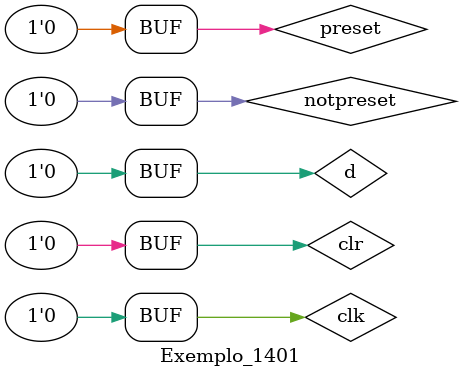
<source format=v>
/*
 Exemplo_1401.v - v0.0. - 05 / 11 / 2022
 Autor    : Gabriel Vargas Bento de Souza
 Matricula: 778023
 */

`include "FlipFlops.v"

/**
  Main
 */
module Exemplo_1401;
   wire q[5:0];       // q
   wire qnot[5:0];    // qnot
   reg  d;            // d
   reg  clk;          // clock
   reg  preset;       // 1
   reg  notpreset;    // 0
   reg  clr;          // clear
   
   // instancias
   dff D_1 (q[5], qnot[5], q[4], clk, notpreset, clr);
   dff D_2 (q[4], qnot[4], q[3], clk, notpreset, clr);
   dff D_3 (q[3], qnot[3], q[2], clk, notpreset, clr);
   dff D_4 (q[2], qnot[2], q[1], clk, notpreset, clr);
   dff D_5 (q[1], qnot[1], q[0], clk, notpreset, clr);
   dff D_6 (q[0], qnot[0], d   , clk,    preset, clr);

   
   // valores iniciais
   initial begin: start
      d         = 1'bx;
      clk       = 1'b0;
      preset    = 1'b1;
      notpreset = 1'b0;
      clr       = 1'b0;
   end

   // parte principal
   initial begin: main
       $display("Gabriel Vargas Bento de Souza - 778023");
       $display("Exemplo_1401");
       $display("\n(Left) Shift Register - 6 bits - preset[xxxxx1]\n");

       // monitoramento
       $display(" data a b c d e f");
       $monitor(" %2b   %b %b %b %b %b %b", 
                 d, q[5], q[4], q[3], q[2], q[1], q[0]);

       // sinalizacao
           clk = ~clk; clk = ~clk;
       #1  clk = ~clk; clk = ~clk; d = 1'b1; preset = 1'b0;
       #1  clk = ~clk; clk = ~clk; d = 1'b0;
       #1  clk = ~clk; clk = ~clk; d = 1'b1;
       #1  clk = ~clk; clk = ~clk; d = 1'b1;
       #1  clk = ~clk; clk = ~clk; d = 1'b0;
       #1  clk = ~clk; clk = ~clk; d = 1'b0;
       #1  clk = ~clk; clk = ~clk; d = 1'b1;
       #1  clk = ~clk; clk = ~clk; d = 1'b1;
       #1  clk = ~clk; clk = ~clk; d = 1'b0;
       #1  clk = ~clk; clk = ~clk; d = 1'b0;
       #1  clk = ~clk; clk = ~clk; d = 1'b0;
       #1  clk = ~clk; clk = ~clk; d = 1'b0;
       #1  clk = ~clk; clk = ~clk; d = 1'b0;
       #1  clk = ~clk; clk = ~clk; d = 1'b0;
   end
endmodule // Exemplo_1401

/*
gabriel@desktop-ubuntu:~/Desktop/CC-PUC/2periodo/ARQ1/Tarefas/Guia14$ vvp Exemplo_1401.vvp
Gabriel Vargas Bento de Souza - 778023
Exemplo_1401

(Left) Shift Register - 6 bits - preset[xxxxx1]

 data a b c d e f
  x   0 0 0 0 0 1
  1   0 0 0 0 1 1
  0   0 0 0 1 1 0
  1   0 0 1 1 0 1
  1   0 1 1 0 1 1
  0   1 1 0 1 1 0
  0   1 0 1 1 0 0
  1   0 1 1 0 0 1
  1   1 1 0 0 1 1
  0   1 0 0 1 1 0
  0   0 0 1 1 0 0
  0   0 1 1 0 0 0
  0   1 1 0 0 0 0
  0   1 0 0 0 0 0
  0   0 0 0 0 0 0

*/
</source>
